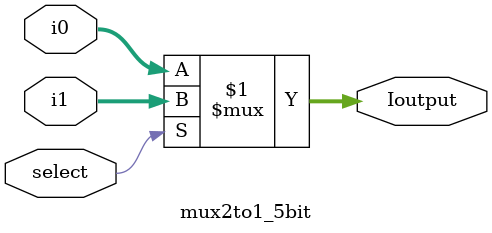
<source format=v>
`timescale 1ns/1ns
module mux2to1_5bit(i0, i1, select ,Ioutput);
	input [4:0] i0,i1;
	input select;
	output [4:0] Ioutput;
	assign Ioutput = select ? i1 :i0;
endmodule


</source>
